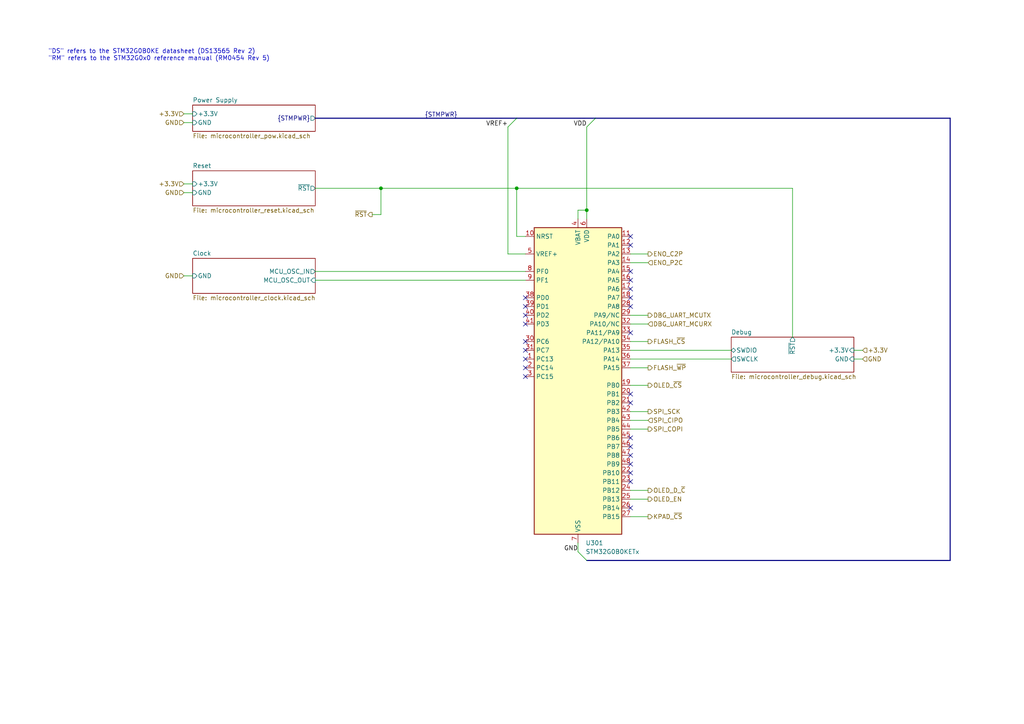
<source format=kicad_sch>
(kicad_sch (version 20230121) (generator eeschema)
  (paper "A4")
  (lib_symbols
    (symbol "MCU_ST_STM32G0:STM32G0B0CETx"
      (property "Reference" "U" (at -12.7 46.99 0))
      (property "Value" "STM32G0B0CETx" (at 5.08 46.99 0))
      (symbol "STM32G0B0CETx_0_1"
        (rectangle (start -12.7 -43.18) (end 12.7 45.72) (stroke (width 0.254)) (fill (type background)))
      )
      (symbol "STM32G0B0CETx_1_1"
        (pin bidirectional line (at -15.24 7.62 0) (length 2.54) (name "PC13") (number "1"))
        (pin input line (at -15.24 43.18 0) (length 2.54) (name "NRST") (number "10"))
        (pin bidirectional line (at 15.24 43.18 180) (length 2.54) (name "PA0") (number "11"))
        (pin bidirectional line (at 15.24 40.64 180) (length 2.54) (name "PA1") (number "12"))
        (pin bidirectional line (at 15.24 38.1 180) (length 2.54) (name "PA2") (number "13"))
        (pin bidirectional line (at 15.24 35.56 180) (length 2.54) (name "PA3") (number "14"))
        (pin bidirectional line (at 15.24 33.02 180) (length 2.54) (name "PA4") (number "15"))
        (pin bidirectional line (at 15.24 30.48 180) (length 2.54) (name "PA5") (number "16"))
        (pin bidirectional line (at 15.24 27.94 180) (length 2.54) (name "PA6") (number "17"))
        (pin bidirectional line (at 15.24 25.4 180) (length 2.54) (name "PA7") (number "18"))
        (pin bidirectional line (at 15.24 0 180) (length 2.54) (name "PB0") (number "19"))
        (pin bidirectional line (at -15.24 5.08 0) (length 2.54) (name "PC14") (number "2"))
        (pin bidirectional line (at 15.24 -2.54 180) (length 2.54) (name "PB1") (number "20"))
        (pin bidirectional line (at 15.24 -5.08 180) (length 2.54) (name "PB2") (number "21"))
        (pin bidirectional line (at 15.24 -25.4 180) (length 2.54) (name "PB10") (number "22"))
        (pin bidirectional line (at 15.24 -27.94 180) (length 2.54) (name "PB11") (number "23"))
        (pin bidirectional line (at 15.24 -30.48 180) (length 2.54) (name "PB12") (number "24"))
        (pin bidirectional line (at 15.24 -33.02 180) (length 2.54) (name "PB13") (number "25"))
        (pin bidirectional line (at 15.24 -35.56 180) (length 2.54) (name "PB14") (number "26"))
        (pin bidirectional line (at 15.24 -38.1 180) (length 2.54) (name "PB15") (number "27"))
        (pin bidirectional line (at 15.24 22.86 180) (length 2.54) (name "PA8") (number "28"))
        (pin bidirectional line (at 15.24 20.32 180) (length 2.54) (name "PA9/NC") (number "29"))
        (pin bidirectional line (at -15.24 2.54 0) (length 2.54) (name "PC15") (number "3"))
        (pin bidirectional line (at -15.24 12.7 0) (length 2.54) (name "PC6") (number "30"))
        (pin bidirectional line (at -15.24 10.16 0) (length 2.54) (name "PC7") (number "31"))
        (pin bidirectional line (at 15.24 17.78 180) (length 2.54) (name "PA10/NC") (number "32"))
        (pin bidirectional line (at 15.24 15.24 180) (length 2.54) (name "PA11/PA9") (number "33"))
        (pin bidirectional line (at 15.24 12.7 180) (length 2.54) (name "PA12/PA10") (number "34"))
        (pin bidirectional line (at 15.24 10.16 180) (length 2.54) (name "PA13") (number "35"))
        (pin bidirectional line (at 15.24 7.62 180) (length 2.54) (name "PA14") (number "36"))
        (pin bidirectional line (at 15.24 5.08 180) (length 2.54) (name "PA15") (number "37"))
        (pin bidirectional line (at -15.24 25.4 0) (length 2.54) (name "PD0") (number "38"))
        (pin bidirectional line (at -15.24 22.86 0) (length 2.54) (name "PD1") (number "39"))
        (pin power_in line (at 0 48.26 270) (length 2.54) (name "VBAT") (number "4"))
        (pin bidirectional line (at -15.24 20.32 0) (length 2.54) (name "PD2") (number "40"))
        (pin bidirectional line (at -15.24 17.78 0) (length 2.54) (name "PD3") (number "41"))
        (pin bidirectional line (at 15.24 -7.62 180) (length 2.54) (name "PB3") (number "42"))
        (pin bidirectional line (at 15.24 -10.16 180) (length 2.54) (name "PB4") (number "43"))
        (pin bidirectional line (at 15.24 -12.7 180) (length 2.54) (name "PB5") (number "44"))
        (pin bidirectional line (at 15.24 -15.24 180) (length 2.54) (name "PB6") (number "45"))
        (pin bidirectional line (at 15.24 -17.78 180) (length 2.54) (name "PB7") (number "46"))
        (pin bidirectional line (at 15.24 -20.32 180) (length 2.54) (name "PB8") (number "47"))
        (pin bidirectional line (at 15.24 -22.86 180) (length 2.54) (name "PB9") (number "48"))
        (pin input line (at -15.24 38.1 0) (length 2.54) (name "VREF+") (number "5"))
        (pin power_in line (at 2.54 48.26 270) (length 2.54) (name "VDD") (number "6"))
        (pin power_in line (at 0 -45.72 90) (length 2.54) (name "VSS") (number "7"))
        (pin bidirectional line (at -15.24 33.02 0) (length 2.54) (name "PF0") (number "8"))
        (pin bidirectional line (at -15.24 30.48 0) (length 2.54) (name "PF1") (number "9"))
      )
    )
  )
  (bus_alias "STMPWR" (members "VDD" "GND" "VREF+"))
  (junction (at 170.18 60.96))
  (junction (at 110.49 54.61))
  (junction (at 149.86 54.61))
  (no_connect (at 182.88 134.62))
  (no_connect (at 182.88 147.32))
  (no_connect (at 182.88 86.36))
  (no_connect (at 152.4 93.98))
  (no_connect (at 182.88 83.82))
  (no_connect (at 152.4 86.36))
  (no_connect (at 152.4 99.06))
  (no_connect (at 182.88 129.54))
  (no_connect (at 182.88 81.28))
  (no_connect (at 182.88 132.08))
  (no_connect (at 182.88 71.12))
  (no_connect (at 182.88 88.9))
  (no_connect (at 182.88 68.58))
  (no_connect (at 152.4 109.22))
  (no_connect (at 152.4 88.9))
  (no_connect (at 182.88 78.74))
  (no_connect (at 182.88 116.84))
  (no_connect (at 182.88 137.16))
  (no_connect (at 152.4 91.44))
  (no_connect (at 152.4 101.6))
  (no_connect (at 182.88 139.7))
  (no_connect (at 152.4 104.14))
  (no_connect (at 182.88 127))
  (no_connect (at 152.4 106.68))
  (no_connect (at 182.88 96.52))
  (no_connect (at 182.88 114.3))
  (bus_entry (at 149.86 34.29) (size -2.54 2.54))
  (bus_entry (at 167.64 160.02) (size 2.54 2.54))
  (bus_entry (at 172.72 34.29) (size -2.54 2.54))
  (wire (pts (xy 182.88 104.14) (xy 212.09 104.14)))
  (wire (pts (xy 170.18 60.96) (xy 170.18 63.5)))
  (wire (pts (xy 182.88 144.78) (xy 187.96 144.78)))
  (wire (pts (xy 167.64 60.96) (xy 170.18 60.96)))
  (wire (pts (xy 107.95 62.23) (xy 110.49 62.23)))
  (wire (pts (xy 182.88 101.6) (xy 212.09 101.6)))
  (wire (pts (xy 53.34 53.34) (xy 55.88 53.34)))
  (wire (pts (xy 53.34 55.88) (xy 55.88 55.88)))
  (bus (pts (xy 172.72 34.29) (xy 275.59 34.29)))
  (wire (pts (xy 91.44 54.61) (xy 110.49 54.61)))
  (wire (pts (xy 53.34 35.56) (xy 55.88 35.56)))
  (bus (pts (xy 149.86 34.29) (xy 172.72 34.29)))
  (wire (pts (xy 182.88 76.2) (xy 187.96 76.2)))
  (wire (pts (xy 149.86 68.58) (xy 152.4 68.58)))
  (wire (pts (xy 110.49 54.61) (xy 149.86 54.61)))
  (wire (pts (xy 147.32 36.83) (xy 147.32 73.66)))
  (wire (pts (xy 182.88 124.46) (xy 187.96 124.46)))
  (wire (pts (xy 149.86 54.61) (xy 149.86 68.58)))
  (wire (pts (xy 167.64 157.48) (xy 167.64 160.02)))
  (wire (pts (xy 182.88 91.44) (xy 187.96 91.44)))
  (wire (pts (xy 182.88 149.86) (xy 187.96 149.86)))
  (wire (pts (xy 182.88 121.92) (xy 187.96 121.92)))
  (wire (pts (xy 170.18 36.83) (xy 170.18 60.96)))
  (wire (pts (xy 91.44 78.74) (xy 152.4 78.74)))
  (wire (pts (xy 182.88 111.76) (xy 187.96 111.76)))
  (wire (pts (xy 167.64 63.5) (xy 167.64 60.96)))
  (wire (pts (xy 53.34 80.01) (xy 55.88 80.01)))
  (wire (pts (xy 53.34 33.02) (xy 55.88 33.02)))
  (wire (pts (xy 250.19 104.14) (xy 247.65 104.14)))
  (wire (pts (xy 152.4 73.66) (xy 147.32 73.66)))
  (wire (pts (xy 91.44 81.28) (xy 152.4 81.28)))
  (wire (pts (xy 229.87 54.61) (xy 149.86 54.61)))
  (wire (pts (xy 182.88 99.06) (xy 187.96 99.06)))
  (wire (pts (xy 229.87 97.79) (xy 229.87 54.61)))
  (wire (pts (xy 182.88 93.98) (xy 187.96 93.98)))
  (wire (pts (xy 247.65 101.6) (xy 250.19 101.6)))
  (bus (pts (xy 275.59 34.29) (xy 275.59 162.56)))
  (bus (pts (xy 91.44 34.29) (xy 149.86 34.29)))
  (bus (pts (xy 170.18 162.56) (xy 275.59 162.56)))
  (wire (pts (xy 182.88 119.38) (xy 187.96 119.38)))
  (wire (pts (xy 182.88 73.66) (xy 187.96 73.66)))
  (wire (pts (xy 182.88 142.24) (xy 187.96 142.24)))
  (wire (pts (xy 110.49 62.23) (xy 110.49 54.61)))
  (wire (pts (xy 182.88 106.68) (xy 187.96 106.68)))
  (text "\"DS\" refers to the STM32G0B0KE datasheet (DS13565 Rev 2)\n\"RM\" refers to the STM32G0x0 reference manual (RM0454 Rev 5)" (at 13.97 17.78 0) (effects (font (size 1.27 1.27)) (justify left bottom)))
  (label "VREF+" (at 147.32 36.83 180))
  (label "GND" (at 167.64 160.02 180))
  (label "VDD" (at 170.18 36.83 180))
  (label "{STMPWR}" (at 123.19 34.29 0))
  (hierarchical_label "DBG_UART_MCUTX" (shape output) (at 187.96 91.44 0))
  (hierarchical_label "+3.3V" (shape input) (at 53.34 53.34 180))
  (hierarchical_label "GND" (shape input) (at 53.34 55.88 180))
  (hierarchical_label "GND" (shape input) (at 53.34 80.01 180))
  (hierarchical_label "SPI_CIPO" (shape input) (at 187.96 121.92 0))
  (hierarchical_label "SPI_SCK" (shape output) (at 187.96 119.38 0))
  (hierarchical_label "KPAD_~{CS}" (shape output) (at 187.96 149.86 0))
  (hierarchical_label "FLASH_~{CS}" (shape output) (at 187.96 99.06 0))
  (hierarchical_label "SPI_COPI" (shape output) (at 187.96 124.46 0))
  (hierarchical_label "+3.3V" (shape input) (at 250.19 101.6 0))
  (hierarchical_label "OLED_~{CS}" (shape output) (at 187.96 111.76 0))
  (hierarchical_label "GND" (shape input) (at 53.34 35.56 180))
  (hierarchical_label "OLED_D_~{C}" (shape output) (at 187.96 142.24 0))
  (hierarchical_label "~{RST}" (shape output) (at 107.95 62.23 180))
  (hierarchical_label "FLASH_~{WP}" (shape output) (at 187.96 106.68 0))
  (hierarchical_label "DBG_UART_MCURX" (shape input) (at 187.96 93.98 0))
  (hierarchical_label "ENO_P2C" (shape input) (at 187.96 76.2 0))
  (hierarchical_label "GND" (shape input) (at 250.19 104.14 0))
  (hierarchical_label "+3.3V" (shape input) (at 53.34 33.02 180))
  (hierarchical_label "ENO_C2P" (shape output) (at 187.96 73.66 0))
  (hierarchical_label "OLED_EN" (shape output) (at 187.96 144.78 0))
  (symbol (lib_id "MCU_ST_STM32G0:STM32G0B0CETx") (at 167.64 111.76 0) (unit 1)
    (property "Reference" "U301" (at 169.8341 157.48 0) (effects (justify left)))
    (property "Value" "STM32G0B0KETx" (at 169.8341 160.02 0) (effects (justify left)))
    (property "Footprint" "Package_QFP:LQFP-48_7x7mm_P0.5mm" (effects hide))
    (property "Datasheet" "https://www.st.com/resource/en/datasheet/stm32g0b0ce.pdf" (effects hide))
    (property "LCSC" "C5270125" (effects hide))
  )
  (sheet (at 55.88 49.53) (size 35.56 10.16) (stroke (width 0.1524))
    (property "Sheetname" "Reset" (at 55.88 48.8184 0) (effects (justify left bottom)))
    (property "Sheetfile" "microcontroller_reset.kicad_sch" (at 55.88 60.2746 0) (effects (justify left top)))
    (pin "GND" input (at 55.88 55.88 180))
    (pin "+3.3V" input (at 55.88 53.34 180))
    (pin "~{RST}" output (at 91.44 54.61 0))
  )
  (sheet (at 212.09 97.79) (size 35.56 10.16) (stroke (width 0.1524))
    (property "Sheetname" "Debug" (at 212.09 97.0784 0) (effects (justify left bottom)))
    (property "Sheetfile" "microcontroller_debug.kicad_sch" (at 212.09 108.5346 0) (effects (justify left top)))
    (pin "GND" input (at 247.65 104.14 0))
    (pin "+3.3V" input (at 247.65 101.6 0))
    (pin "~{RST}" output (at 229.87 97.79 90))
    (pin "SWCLK" output (at 212.09 104.14 180))
    (pin "SWDIO" bidirectional (at 212.09 101.6 180))
  )
  (sheet (at 55.88 30.48) (size 35.56 7.62) (stroke (width 0.1524))
    (property "Sheetname" "Power Supply" (at 55.88 29.7684 0) (effects (justify left bottom)))
    (property "Sheetfile" "microcontroller_pow.kicad_sch" (at 55.88 38.6846 0) (effects (justify left top)))
    (pin "{STMPWR}" output (at 91.44 34.29 0))
    (pin "GND" input (at 55.88 35.56 180))
    (pin "+3.3V" input (at 55.88 33.02 180))
  )
  (sheet (at 55.88 74.93) (size 35.56 10.16) (stroke (width 0.1524))
    (property "Sheetname" "Clock" (at 55.88 74.2184 0) (effects (justify left bottom)))
    (property "Sheetfile" "microcontroller_clock.kicad_sch" (at 55.88 85.6746 0) (effects (justify left top)))
    (pin "GND" input (at 55.88 80.01 180))
    (pin "MCU_OSC_OUT" input (at 91.44 81.28 0))
    (pin "MCU_OSC_IN" output (at 91.44 78.74 0))
  )
)
</source>
